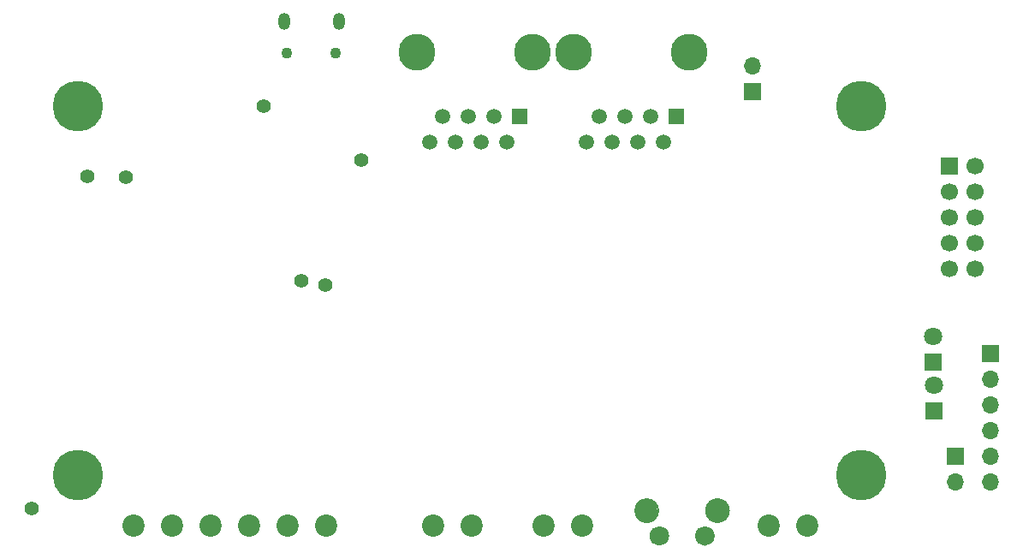
<source format=gbs>
G04 #@! TF.GenerationSoftware,KiCad,Pcbnew,(2017-05-10 revision 747583606)-makepkg*
G04 #@! TF.CreationDate,2017-05-29T23:21:34+02:00*
G04 #@! TF.ProjectId,BMS-5s,424D532D35732E6B696361645F706362,rev?*
G04 #@! TF.FileFunction,Soldermask,Bot*
G04 #@! TF.FilePolarity,Negative*
%FSLAX46Y46*%
G04 Gerber Fmt 4.6, Leading zero omitted, Abs format (unit mm)*
G04 Created by KiCad (PCBNEW (2017-05-10 revision 747583606)-makepkg) date 05/29/17 23:21:34*
%MOMM*%
%LPD*%
G01*
G04 APERTURE LIST*
%ADD10C,0.150000*%
%ADD11C,1.500000*%
%ADD12R,1.500000X1.500000*%
%ADD13C,3.650000*%
%ADD14C,1.700000*%
%ADD15R,1.700000X1.700000*%
%ADD16C,2.200000*%
%ADD17O,1.200000X1.700000*%
%ADD18C,1.100000*%
%ADD19O,1.700000X1.700000*%
%ADD20C,1.400000*%
%ADD21C,5.000000*%
%ADD22R,1.800000X1.800000*%
%ADD23C,1.800000*%
G04 APERTURE END LIST*
D10*
X165143000Y-110500000D02*
G75*
G03X165143000Y-110500000I-1143000J0D01*
G01*
X170639000Y-113000000D02*
G75*
G03X170639000Y-113000000I-889000J0D01*
G01*
X166139000Y-113000000D02*
G75*
G03X166139000Y-113000000I-889000J0D01*
G01*
X172143000Y-110500000D02*
G75*
G03X172143000Y-110500000I-1143000J0D01*
G01*
D11*
X158055000Y-74080000D03*
X159325000Y-71540000D03*
X160595000Y-74080000D03*
X161865000Y-71540000D03*
X163135000Y-74080000D03*
X164405000Y-71540000D03*
X165675000Y-74080000D03*
D12*
X166945000Y-71540000D03*
D13*
X168215000Y-65190000D03*
X156785000Y-65190000D03*
D11*
X142555000Y-74080000D03*
X143825000Y-71540000D03*
X145095000Y-74080000D03*
X146365000Y-71540000D03*
X147635000Y-74080000D03*
X148905000Y-71540000D03*
X150175000Y-74080000D03*
D12*
X151445000Y-71540000D03*
D13*
X152715000Y-65190000D03*
X141285000Y-65190000D03*
D14*
X196500000Y-86580000D03*
X193960000Y-86580000D03*
X196500000Y-84040000D03*
X193960000Y-84040000D03*
X196500000Y-81500000D03*
X193960000Y-81500000D03*
X196500000Y-78960000D03*
X193960000Y-78960000D03*
X196500000Y-76420000D03*
D15*
X193960000Y-76420000D03*
D16*
X179885001Y-111997500D03*
X176075001Y-111997500D03*
D17*
X128110000Y-62140000D03*
X133570000Y-62140000D03*
D18*
X128420000Y-65220000D03*
X133260000Y-65220000D03*
D16*
X142845000Y-112000000D03*
X146655000Y-112000000D03*
X157655000Y-112000000D03*
X153845000Y-112000000D03*
D19*
X198000000Y-107700000D03*
X198000000Y-105160000D03*
X198000000Y-102620000D03*
X198000000Y-100080000D03*
X198000000Y-97540000D03*
D15*
X198000000Y-95000000D03*
D16*
X132275000Y-112000000D03*
X128465000Y-112000000D03*
X124655000Y-112000000D03*
X120845000Y-112000000D03*
X117035000Y-112000000D03*
X113225000Y-112000000D03*
D20*
X135800000Y-75800000D03*
X129800000Y-87800000D03*
X132200000Y-88200000D03*
X108675000Y-77475000D03*
X103150000Y-110300000D03*
X112450000Y-77500000D03*
X126100000Y-70500000D03*
D15*
X174500000Y-69040000D03*
D19*
X174500000Y-66500000D03*
D16*
X164000000Y-110500000D03*
X171000000Y-110500000D03*
D14*
X165250000Y-113000000D03*
X169750000Y-113000000D03*
D21*
X185250000Y-107000000D03*
X185250000Y-70500000D03*
X107750000Y-70500000D03*
D22*
X192400000Y-100600000D03*
D23*
X192400000Y-98060000D03*
D22*
X192300000Y-95800000D03*
D23*
X192300000Y-93260000D03*
D15*
X194500000Y-105100000D03*
D19*
X194500000Y-107640000D03*
D21*
X107750000Y-107000000D03*
M02*

</source>
